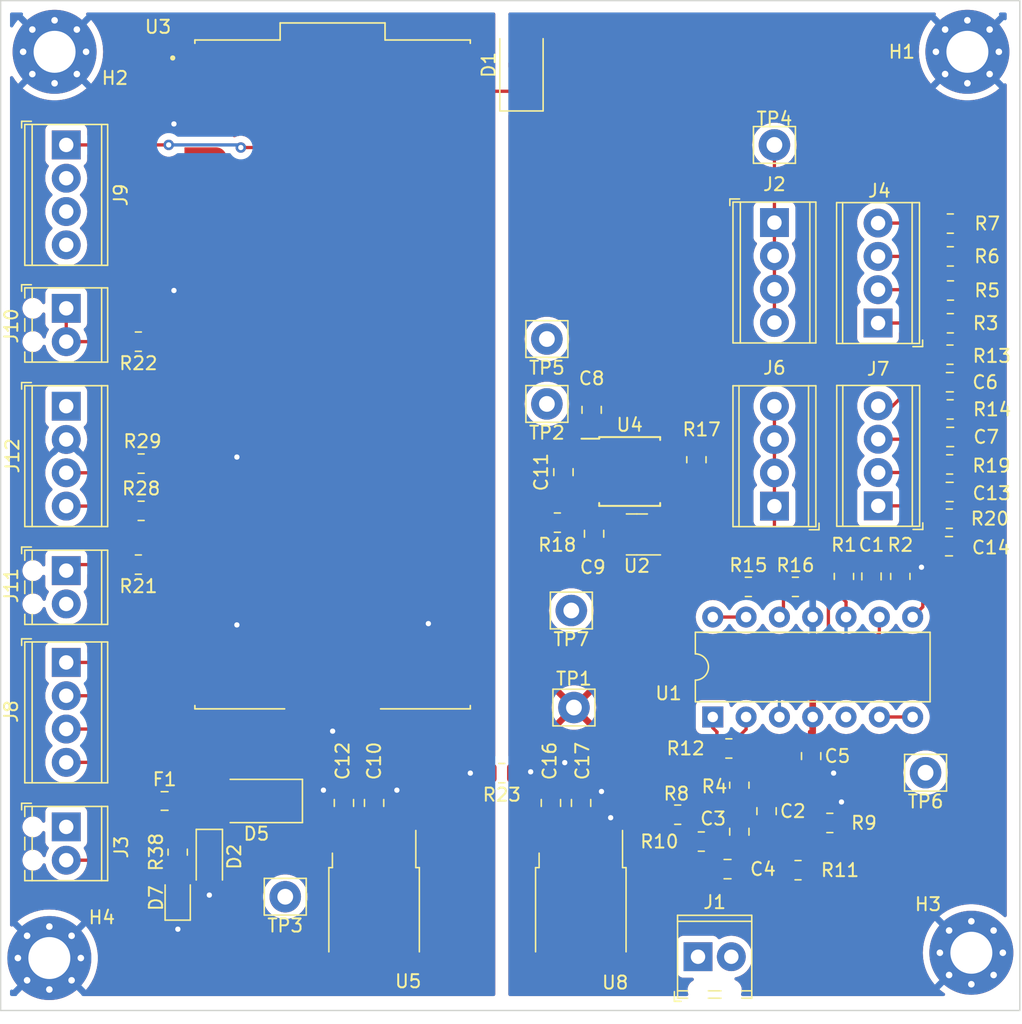
<source format=kicad_pcb>
(kicad_pcb (version 20221018) (generator pcbnew)
  (layers (0 "F.Cu" signal) (31 "B.Cu" signal) (34 "B.Paste" user) (35 "F.Paste" user) (36 "B.SilkS" user "B.Silkscreen") (37 "F.SilkS" user "F.Silkscreen") (38 "B.Mask" user) (39 "F.Mask" user) (44 "Edge.Cuts" user))
  (net 0 "")
  (net 1 "/Analog Front End/V{slash}2")
  (net 2 "GNDA")
  (net 3 "Net-(C2-Pad1)")
  (net 4 "Net-(C2-Pad2)")
  (net 5 "Net-(C3-Pad1)")
  (net 6 "Net-(J2-Pin_1)")
  (net 7 "+5V")
  (net 8 "Net-(J7-Pin_4)")
  (net 9 "Net-(U4-+IN1)")
  (net 10 "Net-(J7-Pin_3)")
  (net 11 "Net-(U2-K)")
  (net 12 "+3.3V")
  (net 13 "GNDD")
  (net 14 "Net-(D5-K)")
  (net 15 "Net-(J7-Pin_2)")
  (net 16 "Net-(J7-Pin_1)")
  (net 17 "Net-(D1-K)")
  (net 18 "Net-(D2-K)")
  (net 19 "Net-(D7-A)")
  (net 20 "+12V")
  (net 21 "Net-(J1-Pin_1)")
  (net 22 "Net-(J1-Pin_2)")
  (net 23 "Net-(J4-Pin_1)")
  (net 24 "Net-(J4-Pin_2)")
  (net 25 "Net-(J8-Pin_1)")
  (net 26 "Net-(J8-Pin_2)")
  (net 27 "Net-(J8-Pin_3)")
  (net 28 "Net-(J8-Pin_4)")
  (net 29 "Net-(J9-Pin_1)")
  (net 30 "Net-(J9-Pin_2)")
  (net 31 "Net-(J9-Pin_3)")
  (net 32 "Net-(J9-Pin_4)")
  (net 33 "Net-(J10-Pin_1)")
  (net 34 "Net-(J11-Pin_1)")
  (net 35 "/SDA")
  (net 36 "/SCL")
  (net 37 "Net-(U1A--)")
  (net 38 "Net-(J4-Pin_3)")
  (net 39 "Net-(J4-Pin_4)")
  (net 40 "Net-(U1D-+)")
  (net 41 "/Analog Front End/CS")
  (net 42 "Net-(U1B--)")
  (net 43 "Net-(U1D--)")
  (net 46 "/Analog Front End/SCK")
  (net 50 "/Analog Front End/INTERUPT")
  (net 51 "/Analog Front End/DATA_IN")
  (net 52 "/Analog Front End/DATA_OUT")
  (footprint "Capacitor_SMD:C_0805_2012Metric" (layer "F.Cu") (at 173.65 93.5625)
    (fp_text reference "C13")
    (fp_text value "TBD")
  )
  (footprint "Resistor_SMD:R_0805_2012Metric" (layer "F.Cu") (at 139.5 115 180)
    (fp_text reference "R23")
    (fp_text value "0")
  )
  (footprint "Resistor_SMD:R_0805_2012Metric" (layer "F.Cu") (at 173.7 75.6)
    (fp_text reference "R6")
    (fp_text value "50k+/-0.1%")
  )
  (footprint "Resistor_SMD:R_0805_2012Metric" (layer "F.Cu") (at 152.9125 118.17 180)
    (fp_text reference "R8")
    (fp_text value "13k")
  )
  (footprint "Connector_Pin:Pin_D1.2mm_L10.2mm_W2.9mm_FlatFork" (layer "F.Cu") (at 122.9875 124.425)
    (fp_text reference "TP3")
    (fp_text value "4952")
  )
  (footprint "Capacitor_SMD:C_0805_2012Metric" (layer "F.Cu") (at 159.6875 117.9 90)
    (fp_text reference "C2")
    (fp_text value "100pF")
  )
  (footprint "TerminalBlock_Phoenix:TerminalBlock_Phoenix_MPT-0,5-4-2.54_1x04_P2.54mm_Horizontal" (layer "F.Cu") (at 168.1875 80.68 90)
    (fp_text reference "J4")
    (fp_text value "Switch")
  )
  (footprint "TerminalBlock_Phoenix:TerminalBlock_Phoenix_MPT-0,5-4-2.54_1x04_P2.54mm_Horizontal" (layer "F.Cu") (at 160.2875 94.645 90)
    (fp_text reference "J6")
    (fp_text value "Switch")
  )
  (footprint "Connector_Pin:Pin_D1.2mm_L10.2mm_W2.9mm_FlatFork" (layer "F.Cu") (at 171.8125 114.97)
    (fp_text reference "TP6")
    (fp_text value "4952")
  )
  (footprint "Fuse:Fuse_0805_2012Metric" (layer "F.Cu") (at 113.7875 117.125)
    (fp_text reference "F1")
    (fp_text value "2A")
  )
  (footprint "TerminalBlock_Phoenix:TerminalBlock_Phoenix_MPT-0,5-4-2.54_1x04_P2.54mm_Horizontal" (layer "F.Cu") (at 106.2875 67.1 -90)
    (fp_text reference "J9")
    (fp_text value "Current Range Switch Indicator")
  )
  (footprint "Connector_Pin:Pin_D1.2mm_L10.2mm_W2.9mm_FlatFork" (layer "F.Cu") (at 142.9375 86.85)
    (fp_text reference "TP2")
    (fp_text value "4952")
  )
  (footprint "Capacitor_SMD:C_0805_2012Metric" (layer "F.Cu") (at 143.245 117.275 90)
    (fp_text reference "C16")
    (fp_text value "0.1uF")
  )
  (footprint "Diode_SMD:D_SMA" (layer "F.Cu") (at 120.7875 117.125 180)
    (fp_text reference "D5")
    (fp_text value "B140-13-F")
  )
  (footprint "Capacitor_SMD:C_0805_2012Metric" (layer "F.Cu") (at 163.0875 113.7 -90)
    (fp_text reference "C5")
    (fp_text value "0.1uF")
  )
  (footprint "Resistor_SMD:R_0805_2012Metric" (layer "F.Cu") (at 158.3 100.8)
    (fp_text reference "R15")
    (fp_text value "10k")
  )
  (footprint "Capacitor_SMD:C_0805_2012Metric" (layer "F.Cu") (at 129.7625 117.275 90)
    (fp_text reference "C10")
    (fp_text value "10uF")
  )
  (footprint "TerminalBlock_Phoenix:TerminalBlock_Phoenix_MPT-0,5-2-2.54_1x02_P2.54mm_Horizontal" (layer "F.Cu") (at 106.2875 119.1 -90)
    (fp_text reference "J3")
    (fp_text value "12V Power")
  )
  (footprint "Resistor_SMD:R_0805_2012Metric" (layer "F.Cu") (at 169.8875 100 90)
    (fp_text reference "R2")
    (fp_text value "10k")
  )
  (footprint "Diode_SMD:D_SMA" (layer "F.Cu") (at 141 61 90)
    (fp_text reference "D1")
    (fp_text value "B140-13-F")
  )
  (footprint "Connector_Pin:Pin_D1.2mm_L10.2mm_W2.9mm_FlatFork" (layer "F.Cu") (at 144.8 102.6)
    (fp_text reference "TP7")
    (fp_text value "4952")
  )
  (footprint "LC_meter:MODULE_SC0915" (layer "F.Cu") (at 126.5975 84.6)
    (fp_text reference "U3")
    (fp_text value "Raspberry Pi Pico SC0915")
  )
  (footprint "Resistor_SMD:R_0805_2012Metric" (layer "F.Cu") (at 164.5125 118.8)
    (fp_text reference "R9")
    (fp_text value "13k")
  )
  (footprint "Resistor_SMD:R_0805_2012Metric" (layer "F.Cu") (at 173.6875 87.26875)
    (fp_text reference "R14")
    (fp_text value "330+/-0.1%")
  )
  (footprint "Package_TO_SOT_SMD:TO-252-3_TabPin2" (layer "F.Cu") (at 145.525 125.515 -90)
    (fp_text reference "U8")
    (fp_text value "LM1117DT-5.0")
  )
  (footprint "TerminalBlock_Phoenix:TerminalBlock_Phoenix_MPT-0,5-4-2.54_1x04_P2.54mm_Horizontal" (layer "F.Cu") (at 106.2875 87.02 -90)
    (fp_text reference "J12")
    (fp_text value "Display Connector")
  )
  (footprint "Capacitor_SMD:C_0805_2012Metric" (layer "F.Cu") (at 146.5375 96.75 -90)
    (fp_text reference "C9")
    (fp_text value "10uF")
  )
  (footprint "Resistor_SMD:R_0805_2012Metric" (layer "F.Cu") (at 111.7875 82.1 180)
    (fp_text reference "R22")
    (fp_text value "10k")
  )
  (footprint "Resistor_SMD:R_0805_2012Metric" (layer "F.Cu") (at 111.7875 99.1 180)
    (fp_text reference "R21")
    (fp_text value "10k")
  )
  (footprint "TerminalBlock_Phoenix:TerminalBlock_Phoenix_MPT-0,5-4-2.54_1x04_P2.54mm_Horizontal" (layer "F.Cu") (at 160.2875 73.02 -90)
    (fp_text reference "J2")
    (fp_text value "Switch")
  )
  (footprint "Resistor_SMD:R_0805_2012Metric" (layer "F.Cu") (at 156.8125 113.12 180)
    (fp_text reference "R12")
    (fp_text value "187k")
  )
  (footprint "Resistor_SMD:R_0805_2012Metric" (layer "F.Cu") (at 173.675 83.09375)
    (fp_text reference "R13")
    (fp_text value "1e3+/-0.1%")
  )
  (footprint "Resistor_SMD:R_0805_2012Metric" (layer "F.Cu") (at 173.625 95.6)
    (fp_text reference "R20")
    (fp_text value "TBD")
  )
  (footprint "Resistor_SMD:R_0805_2012Metric" (layer "F.Cu") (at 173.65 91.4625)
    (fp_text reference "R19")
    (fp_text value "TBD")
  )
  (footprint "Resistor_SMD:R_0805_2012Metric" (layer "F.Cu") (at 154.7125 120.22)
    (fp_text reference "R10")
    (fp_text value "13k")
  )
  (footprint "Capacitor_SMD:C_0805_2012Metric" (layer "F.Cu") (at 146.35 87.3 90)
    (fp_text reference "C8")
    (fp_text value "0.1uF")
  )
  (footprint "Resistor_SMD:R_0805_2012Metric" (layer "F.Cu") (at 114.7875 121.025 90)
    (fp_text reference "R38")
    (fp_text value "1.78k")
  )
  (footprint "Resistor_SMD:R_0805_2012Metric" (layer "F.Cu") (at 112 91.4 180)
    (fp_text reference "R29")
    (fp_text value "10k")
  )
  (footprint "Resistor_SMD:R_0805_2012Metric" (layer "F.Cu") (at 143.7375 95.9)
    (fp_text reference "R18")
    (fp_text value "1k")
  )
  (footprint "MountingHole:MountingHole_3.2mm_M3_Pad_Via" (layer "F.Cu") (at 105 129.1)
    (fp_text reference "H4")
    (fp_text value "M3")
  )
  (footprint "Connector_Pin:Pin_D1.2mm_L10.2mm_W2.9mm_FlatFork" (layer "F.Cu") (at 160.2875 67.1)
    (fp_text reference "TP4")
    (fp_text value "4952")
  )
  (footprint "Resistor_SMD:R_0805_2012Metric" (layer "F.Cu") (at 154.3375 91.1 -90)
    (fp_text reference "R17")
    (fp_text value "10k")
  )
  (footprint "TerminalBlock_Phoenix:TerminalBlock_Phoenix_MPT-0,5-2-2.54_1x02_P2.54mm_Horizontal" (layer "F.Cu") (at 106.2875 79.56 -90)
    (fp_text reference "J10")
    (fp_text value "Range Switch")
  )
  (footprint "Capacitor_SMD:C_0805_2012Metric" (layer "F.Cu") (at 145.545 117.275 90)
    (fp_text reference "C17")
    (fp_text value "10uF")
  )
  (footprint "Resistor_SMD:R_0805_2012Metric" (layer "F.Cu") (at 165.5875 100 -90)
    (fp_text reference "R1")
    (fp_text value "10k")
  )
  (footprint "MountingHole:MountingHole_3.2mm_M3_Pad_Via" (layer "F.Cu") (at 175 60)
    (fp_text reference "H1")
    (fp_text value "M3")
  )
  (footprint "Package_TO_SOT_SMD:TO-252-3_TabPin2" (layer "F.Cu") (at 129.7625 125.515 -90)
    (fp_text reference "U5")
    (fp_text value "LM1117DT-3.3")
  )
  (footprint "Package_SO:TSSOP-14-1EP_4.4x5mm_P0.65mm" (layer "F.Cu") (at 149.25 92)
    (fp_text reference "U4")
    (fp_text value "ADS8328IPW")
  )
  (footprint "TerminalBlock_Phoenix:TerminalBlock_Phoenix_MPT-0,5-4-2.54_1x04_P2.54mm_Horizontal" (layer "F.Cu") (at 168.2 94.62 90)
    (fp_text reference "J7")
    (fp_text value "Switch")
  )
  (footprint "Resistor_SMD:R_0805_2012Metric" (layer "F.Cu") (at 173.7 73.1)
    (fp_text reference "R7")
    (fp_text value "500k+/-0.1%")
  )
  (footprint "Connector_Pin:Pin_D1.2mm_L10.2mm_W2.9mm_FlatFork" (layer "F.Cu") (at 142.9375 81.9)
    (fp_text reference "TP5")
    (fp_text value "4952")
  )
  (footprint "Resistor_SMD:R_0805_2012Metric" (layer "F.Cu") (at 112 95 180)
    (fp_text reference "R28")
    (fp_text value "10k")
  )
  (footprint "Resistor_SMD:R_0805_2012Metric" (layer "F.Cu") (at 161.8875 100.8)
    (fp_text reference "R16")
    (fp_text value "10k")
  )
  (footprint "TerminalBlock_Phoenix:TerminalBlock_Phoenix_MPT-0,5-2-2.54_1x02_P2.54mm_Horizontal" (layer "F.Cu") (at 106.2875 99.56 -90)
    (fp_text reference "J11")
    (fp_text value "Range Switch")
  )
  (footprint "Capacitor_SMD:C_0805_2012Metric" (layer "F.Cu") (at 144.2 92.05 -90)
    (fp_text reference "C11")
    (fp_text value "0.1uF")
  )
  (footprint "Capacitor_SMD:C_0805_2012Metric" (layer "F.Cu") (at 157.6125 119.47 90)
    (fp_text reference "C3")
    (fp_text value "100pF")
  )
  (footprint "Resistor_SMD:R_0805_2012Metric" (layer "F.Cu") (at 157.6125 115.92 90)
    (fp_text reference "R4")
    (fp_text value "6.49k")
  )
  (footprint "LED_SMD:LED_0805_2012Metric" (layer "F.Cu") (at 114.7875 124.525 90)
    (fp_text reference "D7")
    (fp_text value "LTST-C171TBKT")
  )
  (footprint "MountingHole:MountingHole_3.2mm_M3_Pad_Via" (layer "F.Cu") (at 175.302944 128.697056)
    (fp_text reference "H3")
    (fp_text value "M3")
  )
  (footprint "Resistor_SMD:R_0805_2012Metric" (layer "F.Cu") (at 162.0875 122.4)
    (fp_text reference "R11")
    (fp_text value "13k")
  )
  (footprint "Package_DIP:DIP-14_W7.62mm" (layer "F.Cu") (at 155.5875 110.72 90)
    (fp_text reference "U1")
    (fp_text value "LM6144xIx")
  )
  (footprint "Resistor_SMD:R_0805_2012Metric" (layer "F.Cu") (at 173.7 80.7)
    (fp_text reference "R3")
    (fp_text value "500+/-0.1%")
  )
  (footprint "Capacitor_SMD:C_0805_2012Metric" (layer "F.Cu") (at 167.6875 100 90)
    (fp_text reference "C1")
    (fp_text value "0.1uF")
  )
  (footprint "Capacitor_SMD:C_0805_2012Metric" (layer "F.Cu") (at 173.6875 89.36875)
    (fp_text reference "C7")
    (fp_text value "C")
  )
  (footprint "Capacitor_SMD:C_0805_2012Metric" (layer "F.Cu") (at 156.7125 122.32)
    (fp_text reference "C4")
    (fp_text value "100pF")
  )
  (footprint "Capacitor_SMD:C_0805_2012Metric" (layer "F.Cu") (at 173.6625 85.19375)
    (fp_text reference "C6")
    (fp_text value "C")
  )
  (footprint "TerminalBlock_Phoenix:TerminalBlock_Phoenix_MPT-0,5-4-2.54_1x04_P2.54mm_Horizontal" (layer "F.Cu") (at 106.2875 106.56 -90)
    (fp_text reference "J8")
    (fp_text value "Thevenin Range Switch Indicator")
  )
  (footprint "Capacitor_SMD:C_0805_2012Metric" (layer "F.Cu") (at 173.6 97.7)
    (fp_text reference "C14")
    (fp_text value "TBD")
  )
  (footprint "Diode_SMD:D_SOD-123F" (layer "F.Cu") (at 117.2 121.5 -90)
    (fp_text reference "D2")
    (fp_text value "SMF13A")
  )
  (footprint "Capacitor_SMD:C_0805_2012Metric" (layer "F.Cu") (at 127.4625 117.275 90)
    (fp_text reference "C12")
    (fp_text value "10uF")
  )
  (footprint "MountingHole:MountingHole_3.2mm_M3_Pad_Via" (layer "F.Cu") (at 105.4 60)
    (fp_text reference "H2")
    (fp_text value "M3")
  )
  (footprint "Package_TO_SOT_SMD:SOT-23-5" (layer "F.Cu") (at 149.8 96.8 180)
    (fp_text reference "U2")
    (fp_text value "LM4030-4.096")
  )
  (footprint "TerminalBlock_Phoenix:TerminalBlock_Phoenix_MPT-0,5-2-2.54_1x02_P2.54mm_Horizontal" (layer "F.Cu") (at 154.46 129)
    (fp_text reference "J1")
    (fp_text value "DUT")
  )
  (footprint "Connector_Pin:Pin_D1.2mm_L10.2mm_W2.9mm_FlatFork" (layer "F.Cu") (at 145 110 180)
    (fp_text reference "TP1")
    (fp_text value "4952")
  )
  (footprint "Resistor_SMD:R_0805_2012Metric" (layer "F.Cu") (at 173.7125 78.2)
    (fp_text reference "R5")
    (fp_text value "5k+/-0.1%")
  )
  (gr_line (start 179 133.1) (end 101.2875 133.1) (stroke (width 0.1)) (layer "Edge.Cuts"))
  (gr_line (start 101.2875 133.1) (end 101.2875 56.1) (stroke (width 0.1)) (layer "Edge.Cuts"))
  (gr_line (start 179 56.1) (end 179 133.1) (stroke (width 0.1)) (layer "Edge.Cuts"))
  (gr_line (start 101.2875 56.1) (end 179 56.1) (stroke (width 0.1)) (layer "Edge.Cuts"))
  (segment (start 165.7475 101.9475) (end 165.7475 103.1) (width 0.25) (layer "F.Cu") (net 1))
  (segment (start 167.725 100.9125) (end 167.6875 100.95) (width 0.25) (layer "F.Cu") (net 1))
  (segment (start 167.65 100.9125) (end 167.6875 100.95) (width 0.25) (layer "F.Cu") (net 1))
  (segment (start 169.8875 100.9125) (end 167.725 100.9125) (width 0.25) (layer "F.Cu") (net 1))
  (segment (start 165.5875 101.7875) (end 165.7475 101.9475) (width 0.25) (layer "F.Cu") (net 1))
  (segment (start 165.5875 100.9125) (end 167.65 100.9125) (width 0.25) (layer "F.Cu") (net 1))
  (segment (start 165.5875 100.9125) (end 165.5875 101.7875) (width 0.25) (layer "F.Cu") (net 1))
  (segment (start 161.6 107.1) (end 160.6675 108.0325) (width 0.25) (layer "B.Cu") (net 1))
  (segment (start 164.6 107.1) (end 161.6 107.1) (width 0.25) (layer "B.Cu") (net 1))
  (segment (start 160.6675 108.0325) (end 160.6675 110.72) (width 0.25) (layer "B.Cu") (net 1))
  (segment (start 165.7475 103.1) (end 165.7475 105.9525) (width 0.25) (layer "B.Cu") (net 1))
  (segment (start 165.7475 105.9525) (end 164.6 107.1) (width 0.25) (layer "B.Cu") (net 1))
  (segment (start 145.545 116.325) (end 147.025 116.325) (width 0.25) (layer "F.Cu") (net 2))
  (segment (start 171.2875 99.0875) (end 171.5 99.3) (width 0.25) (layer "F.Cu") (net 2))
  (segment (start 165.425 117.225) (end 165.4 117.2) (width 0.25) (layer "F.Cu") (net 2))
  (segment (start 165.425 118.8) (end 165.425 117.225) (width 0.25) (layer "F.Cu") (net 2))
  (segment (start 147.025 116.325) (end 147.1 116.4) (width 0.25) (layer "F.Cu") (net 2))
  (segment (start 167.6875 99.05) (end 169.85 99.05) (width 0.25) (layer "F.Cu") (net 2))
  (segment (start 169.8875 99.0875) (end 171.2875 99.0875) (width 0.25) (layer "F.Cu") (net 2))
  (segment (start 163.0875 114.65) (end 164.45 114.65) (width 0.25) (layer "F.Cu") (net 2))
  (segment (start 164.45 114.65) (end 164.8 115) (width 0.25) (layer "F.Cu") (net 2))
  (segment (start 138.5875 115) (end 137.1 115) (width 0.25) (layer "F.Cu") (net 2))
  (segment (start 144.3 115.27) (end 144.3 114.2) (width 0.25) (layer "F.Cu") (net 2))
  (segment (start 143.245 116.325) (end 144.3 115.27) (width 0.25) (layer "F.Cu") (net 2))
  (segment (start 147.805 120.475) (end 147.805 118.405) (width 0.25) (layer "F.Cu") (net 2))
  (segment (start 147.805 118.405) (end 147.8 118.4) (width 0.25) (layer "F.Cu") (net 2))
  (segment (start 169.85 99.05) (end 169.8875 99.0875) (width 0.25) (layer "F.Cu") (net 2))
  (via (at 144.3 114.2) (size 0.8) (drill 0.4) (layers "F.Cu" "B.Cu") (net 2))
  (via (at 137.1 115) (size 0.8) (drill 0.4) (layers "F.Cu" "B.Cu") (net 2))
  (via (at 147.8 118.4) (size 0.8) (drill 0.4) (layers "F.Cu" "B.Cu") (net 2))
  (via (at 147.1 116.4) (size 0.8) (drill 0.4) (layers "F.Cu" "B.Cu") (net 2))
  (via (at 165.4 117.2) (size 0.8) (drill 0.4) (layers "F.Cu" "B.Cu") (net 2))
  (via (at 164.8 115) (size 0.8) (drill 0.4) (layers "F.Cu" "B.Cu") (net 2))
  (via (at 171.5 99.3) (size 0.8) (drill 0.4) (layers "F.Cu" "B.Cu") (net 2))
  (segment (start 163.55 118.85) (end 163.6 118.8) (width 0.25) (layer "F.Cu") (net 3))
  (segment (start 159.6875 118.85) (end 163.55 118.85) (width 0.25) (layer "F.Cu") (net 3))
  (segment (start 155.62 118.52) (end 157.6125 118.52) (width 0.25) (layer "F.Cu") (net 3))
  (segment (start 158.42 118.52) (end 158.75 118.85) (width 0.25) (layer "F.Cu") (net 3))
  (segment (start 158.75 118.85) (end 159.6875 118.85) (width 0.25) (layer "F.Cu") (net 3))
  (segment (start 157.6125 118.52) (end 158.42 118.52) (width 0.25) (layer "F.Cu") (net 3))
  (segment (start 155.27 118.17) (end 155.62 118.52) (width 0.25) (layer "F.Cu") (net 3))
  (segment (start 153.825 118.17) (end 155.27 118.17) (width 0.25) (layer "F.Cu") (net 3))
  (segment (start 159.57 116.8325) (end 159.6875 116.95) (width 0.25) (layer "F.Cu") (net 4))
  (segment (start 157.6125 116.8325) (end 159.57 116.8325) (width 0.25) (layer "F.Cu") (net 4))
  (segment (start 157.6125 120.42) (end 157.6125 122.27) (width 0.25) (layer "F.Cu") (net 5))
  (segment (start 157.6625 122.32) (end 161.095 122.32) (width 0.25) (layer "F.Cu") (net 5))
  (segment (start 157.6125 122.27) (end 157.6625 122.32) (width 0.25) (layer "F.Cu") (net 5))
  (segment (start 161.095 122.32) (end 161.175 122.4) (width 0.25) (layer "F.Cu") (net 5))
  (segment (start 155.9 111.8825) (end 155.9 113.12) (width 0.25) (layer "F.Cu") (net 6))
  (segment (start 155.5875 110.72) (end 155.5875 111.545) (width 0.25) (layer "F.Cu") (net 6))
  (segment (start 160.2875 73.02) (end 160.2875 67.1) (width 0.25) (layer "F.Cu") (net 6))
  (segment (start 160.2875 78.1) (end 160.2875 80.64) (width 0.25) (layer "F.Cu") (net 6))
  (segment (start 160.2875 75.56) (end 160.2875 78.1) (width 0.25) (layer "F.Cu") (net 6))
  (segment (start 155.9125 111.87) (end 155.9 111.8825) (width 0.25) (layer "F.Cu") (net 6))
  (segment (start 160.2875 73.02) (end 160.2875 75.56) (width 0.25) (layer "F.Cu") (net 6))
  (segment (start 155.5875 111.545) (end 155.9125 111.87) (width 0.25) (layer "F.Cu") (net 6))
  (segment (start 163.2075 112.63) (end 163.0875 112.75) (width 0.25) (layer "F.Cu") (net 7))
  (segment (start 163.2075 110.72) (end 163.2075 112.63) (width 0.25) (layer "F.Cu") (net 7))
  (segment (start 168.2 87) (end 169.3 87) (width 0.25) (layer "F.Cu") (net 8))
  (segment (start 171.50625 85.19375) (end 172.7125 85.19375) (width 0.25) (layer "F.Cu") (net 8))
  (segment (start 171.5 85.2) (end 171.50625 85.19375) (width 0.25) (layer "F.Cu") (net 8))
  (segment (start 172.7625 85.14375) (end 172.7125 85.19375) (width 0.25) (layer "F.Cu") (net 8))
  (segment (start 171.1 85.2) (end 171.5 85.2) (width 0.25) (layer "F.Cu") (net 8))
  (segment (start 169.3 87) (end 171.1 85.2) (width 0.25) (layer "F.Cu") (net 8))
  (segment (start 172.7625 83.09375) (end 172.7625 85.14375) (width 0.25) (layer "F.Cu") (net 8))
  (segment (start 171.6 102.3275) (end 171.6 100.8) (width 0.25) (layer "F.Cu") (net 9))
  (segment (start 174.6 87.26875) (end 174.6 89.33125) (width 0.25) (layer "F.Cu") (net 9))
  (segment (start 174.6375 89.36875) (end 174.6375 91.3875) (width 0.25) (layer "F.Cu") (net 9))
  (segment (start 174.6 89.33125) (end 174.6375 89.36875) (width 0.25) (layer "F.Cu") (net 9))
  (segment (start 174.5625 93.525) (end 174.6 93.5625) (width 0.25) (layer "F.Cu") (net 9))
  (segment (start 174.1 100.2) (end 174.55 99.75) (width 0.25) (layer "F.Cu") (net 9))
  (segment (start 174.5625 91.4625) (end 174.5625 93.525) (width 0.25) (layer "F.Cu") (net 9))
  (segment (start 174.55 97.7) (end 174.55 95.6125) (width 0.25) (layer "F.Cu") (net 9))
  (segment (start 174.6125 87.25625) (end 174.6 87.26875) (width 0.25) (layer "F.Cu") (net 9))
  (segment (start 171.6 100.8) (end 172.2 100.2) (width 0.25) (layer "F.Cu") (net 9))
  (segment (start 174.55 95.6125) (end 174.5375 95.6) (width 0.25) (layer "F.Cu") (net 9))
  (segment (start 174.6125 85.19375) (end 174.6125 87.25625) (width 0.25) (layer "F.Cu") (net 9))
  (segment (start 172.2 100.2) (end 174.1 100.2) (width 0.25) (layer "F.Cu") (net 9))
  (segment (start 174.55 99.75) (end 174.55 97.7) (width 0.25) (layer "F.Cu") (net 9))
  (segment (start 174.5875 83.09375) (end 174.5875 85.16875) (width 0.25) (layer "F.Cu") (net 9))
  (segment (start 174.6 95.5375) (end 174.5375 95.6) (width 0.25) (layer "F.Cu") (net 9))
  (segment (start 174.6 93.5625) (end 174.6 95.5375) (width 0.25) (layer "F.Cu") (net 9))
  (segment (start 174.6375 91.3875) (end 174.5625 91.4625) (width 0.25) (layer "F.Cu") (net 9))
  (segment (start 174.5875 85.16875) (end 174.6125 85.19375) (width 0.25) (layer "F.Cu") (net 9))
  (segment (start 170.8275 103.1) (end 171.6 102.3275) (width 0.25) (layer "F.Cu") (net 9))
  (segment (start 168.2 89.54) (end 172.56625 89.54) (width 0.25) (layer "F.Cu") (net 10))
  (segment (start 172.775 89.33125) (end 172.7375 89.36875) (width 0.25) (layer "F.Cu") (net 10))
  (segment (start 172.56625 89.54) (end 172.7375 89.36875) (width 0.25) (layer "F.Cu") (net 10))
  (segment (start 172.775 87.26875) (end 172.775 89.33125) (width 0.25) (layer "F.Cu") (net 10))
  (segment (start 116.9075 103.65) (end 119.25 103.65) (width 0.25) (layer "F.Cu") (net 13))
  (segment (start 114.7875 126.8875) (end 114.8 126.9) (width 0.25) (layer "F.Cu") (net 13))
  (segment (start 119.25 103.65) (end 119.3 103.7) (width 0.25) (layer "F.Cu") (net 13))
  (segment (start 136.2875 103.65) (end 133.95 103.65) (width 0.25) (layer "F.Cu") (net 13))
  (segment (start 126.5975 109.3) (end 126.5975 111.7975) (width 0.25) (layer "F.Cu") (net 13))
  (segment (start 114.55 78.25) (end 114.5 78.2) (width 0.25) (layer "F.Cu") (net 13))
  (segment (start 133.95 103.65) (end 133.9 103.6) (width 0.25) (layer "F.Cu") (net 13))
  (segment (start 129.7625 116.325) (end 131.475 116.325) (width 0.25) (layer "F.Cu") (net 13))
  (segment (start 127.4625 116.325) (end 125.925 116.325) (width 0.25) (layer "F.Cu") (net 13))
  (segment (start 119.25 90.95) (end 119.3 90.9) (width 0.25) (layer "F.Cu") (net 13))
  (segment (start 114.7875 125.4625) (end 114.7875 126.8875) (width 0.25) (layer "F.Cu") (net 13))
  (segment (start 116.9075 90.95) (end 119.25 90.95) (width 0.25) (layer "F.Cu") (net 13))
  (segment (start 114.55 65.55) (end 114.5 65.5) (width 0.25) (layer "F.Cu") (net 13))
  (segment (start 141.6 115) (end 141.7 114.9) (width 0.25) (layer "F.Cu") (net 13))
  (segment (start 116.9075 65.55) (end 114.55 65.55) (width 0.25) (layer "F.Cu") (net 13))
  (segment (start 131.475 116.325) (end 131.5 116.3) (width 0.25) (layer "F.Cu") (net 13))
  (segment (start 126.5975 111.7975) (end 126.6 111.8) (width 0.25) (layer "F.Cu") (net 13))
  (segment (start 125.925 116.325) (end 125.9 116.3) (width 0.25) (layer "F.Cu") (net 13))
  (segment (start 117.2 122.9) (end 117.2 124.3) (width 0.25) (layer "F.Cu") (net 13))
  (segment (start 140.4125 115) (end 141.6 115) (width 0.25) (layer "F.Cu") (net 13))
  (segment (start 116.9075 78.25) (end 114.55 78.25) (width 0.25) (layer "F.Cu") (net 13))
  (via (at 117.2 124.3) (size 0.8) (drill 0.4) (layers "F.Cu" "B.Cu") (net 13))
  (via (at 133.9 103.6) (size 0.8) (drill 0.4) (layers "F.Cu" "B.Cu") (net 13))
  (via (at 126.6 111.8) (size 0.8) (drill 0.4) (layers "F.Cu" "B.Cu") (net 13))
  (via (at 141.7 114.9) (size 0.8) (drill 0.4) (layers "F.Cu" "B.Cu") (net 13))
  (via (at 119.3 90.9) (size 0.8) (drill 0.4) (layers "F.Cu" "B.Cu") (net 13))
  (via (at 114.5 78.2) (size 0.8) (drill 0.4) (layers "F.Cu" "B.Cu") (net 13))
  (via (at 114.8 126.9) (size 0.8) (drill 0.4) (layers "F.Cu" "B.Cu") (net 13))
  (via (at 131.5 116.3) (size 0.8) (drill 0.4) (layers "F.Cu" "B.Cu") (net 13))
  (via (at 114.5 65.5) (size 0.8) (drill 0.4) (layers "F.Cu" "B.Cu") (net 13))
  (via (at 119.3 103.7) (size 0.8) (drill 0.4) (layers "F.Cu" "B.Cu") (net 13))
  (via (at 125.9 116.3) (size 0.8) (drill 0.4) (layers "F.Cu" "B.Cu") (net 13))
  (segment (start 122.7875 117.125) (end 124.625 117.125) (width 0.25) (layer "F.Cu") (net 14))
  (segment (start 143.245 118.225) (end 143.245 120.475) (width 0.25) (layer "F.Cu") (net 14))
  (segment (start 124.625 117.125) (end 125.1 117.6) (width 0.25) (layer "F.Cu") (net 14))
  (segment (start 127.4625 120.455) (end 127.4825 120.475) (width 0.25) (layer "F.Cu") (net 14))
  (segment (start 125.1 118) (end 125.325 118.225) (width 0.25) (layer "F.Cu") (net 14))
  (segment (start 125.325 118.225) (end 127.4625 118.225) (width 0.25) (layer "F.Cu") (net 14))
  (segment (start 127.4625 118.225) (end 127.4625 120.455) (width 0.25) (layer "F.Cu") (net 14))
  (segment (start 125.1 117.6) (end 125.1 118) (width 0.25) (layer "F.Cu") (net 14))
  (segment (start 170.32 92.08) (end 170.9375 91.4625) (width 0.25) (layer "F.Cu") (net 15))
  (segment (start 172.7 91.5) (end 172.7375 91.4625) (width 0.25) (layer "F.Cu") (net 15))
  (segment (start 172.7 93.5625) (end 172.7 91.5) (width 0.25) (layer "F.Cu") (net 15))
  (segment (start 170.9375 91.4625) (end 172.7375 91.4625) (width 0.25) (layer "F.Cu") (net 15))
  (segment (start 168.2 92.08) (end 170.32 92.08) (width 0.25) (layer "F.Cu") (net 15))
  (segment (start 171.3 95.6) (end 172.7125 95.6) (width 0.25) (layer "F.Cu") (net 16))
  (segment (start 172.65 97.7) (end 172.65 95.6625) (width 0.25) (layer "F.Cu") (net 16))
  (segment (start 170.32 94.62) (end 171.3 95.6) (width 0.25) (layer "F.Cu") (net 16))
  (segment (start 172.65 95.6625) (end 172.7125 95.6) (width 0.25) (layer "F.Cu") (net 16))
  (segment (start 168.2 94.62) (end 170.32 94.62) (width 0.25) (layer "F.Cu") (net 16))
  (segment (start 140.99 63.01) (end 141 63) (width 0.25) (layer "F.Cu") (net 17))
  (segment (start 136.2875 63.01) (end 140.99 63.01) (width 0.25) (layer "F.Cu") (net 17))
  (segment (start 117.2 119.2) (end 117.7 118.7) (width 0.25) (layer "F.Cu") (net 18))
  (segment (start 117.2 120.1) (end 117.2 119.2) (width 0.25) (layer "F.Cu") (net 18))
  (segment (start 117.1875 120.1125) (end 117.2 120.1) (width 0.25) (layer "F.Cu") (net 18))
  (segment (start 117.7 118.7) (end 118.5 118.7) (width 0.25) (layer "F.Cu") (net 18))
  (segment (start 114.725 117.125) (end 118.7875 117.125) (width 0.25) (layer "F.Cu") (net 18))
  (segment (start 118.7875 118.4125) (end 118.7875 117.125) (width 0.25) (layer "F.Cu") (net 18))
  (segment (start 114.7875 120.1125) (end 117.1875 120.1125) (width 0.25) (layer "F.Cu") (net 18))
  (segment (start 118.5 118.7) (end 118.7875 118.4125) (width 0.25) (layer "F.Cu") (net 18))
  (segment (start 114.7875 121.9375) (end 114.7875 123.5875) (width 0.25) (layer "F.Cu") (net 19))
  (segment (start 106.2875 121.64) (end 110.36 121.64) (width 0.25) (layer "F.Cu") (net 20))
  (segment (start 110.8 121.2) (end 110.8 118.2) (width 0.25) (layer "F.Cu") (net 20))
  (segment (start 110.36 121.64) (end 110.8 121.2) (width 0.25) (layer "F.Cu") (net 20))
  (segment (start 110.8 118.2) (end 111.875 117.125) (width 0.25) (layer "F.Cu") (net 20))
  (segment (start 111.875 117.125) (end 112.85 117.125) (width 0.25) (layer "F.Cu") (net 20))
  (segment (start 164.1 98.1) (end 164.1 101.7) (width 0.25) (layer "F.Cu") (net 21))
  (segment (start 164.4 102) (end 164.4 104.2) (width 0.25) (layer "F.Cu") (net 21))
  (segment (start 164.7 104.5) (end 168.1 104.5) (width 0.25) (layer "F.Cu") (net 21))
  (segment (start 160.2875 94.645) (end 160.2875 96.7875) (width 0.25) (layer "F.Cu") (net 21))
  (segment (start 164.1 101.7) (end 164.4 102) (width 0.25) (layer "F.Cu") (net 21))
  (segment (start 160.7 97.2) (end 163.2 97.2) (width 0.25) (layer "F.Cu") (net 21))
  (segment (start 160.2875 89.565) (end 160.2875 92.105) (width 0.25) (layer "F.Cu") (net 21))
  (segment (start 168.2875 104.3125) (end 168.2875 103.1) (width 0.25) (layer "F.Cu") (net 21))
  (segment (start 160.2875 96.7875) (end 160.7 97.2) (width 0.25) (layer "F.Cu") (net 21))
  (segment (start 168.1 104.5) (end 168.2875 104.3125) (width 0.25) (layer "F.Cu") (net 21))
  (segment (start 164.4 104.2) (end 164.7 104.5) (width 0.25) (layer "F.Cu") (net 21))
  (segment (start 160.2875 92.105) (end 160.2875 94.645) (width 0.25) (layer "F.Cu") (net 21))
  (segment (start 160.2875 87.025) (end 160.2875 89.565) (width 0.25) (layer "F.Cu") (net 21))
  (segment (start 163.2 97.2) (end 164.1 98.1) (width 0.25) (layer "F.Cu") (net 21))
  (segment (start 174.6125 80.7) (end 174.6125 78.2125) (width 0.25) (layer "F.Cu") (net 22))
  (segment (start 174.625 78.2) (end 174.625 75.6125) (width 0.25) (layer "F.Cu") (net 22))
  (segment (start 174.625 75.6125) (end 174.6125 75.6) (width 0.25) (layer "F.Cu") (net 22))
  (segment (start 174.6125 75.6) (end 174.6125 73.1) (width 0.25) (layer "F.Cu") (net 22))
  (segment (start 174.6125 78.2125) (end 174.625 78.2) (width 0.25) (layer "F.Cu") (net 22))
  (segment (start 172.7675 80.68) (end 172.7875 80.7) (width 0.25) (layer "F.Cu") (net 23))
  (segment (start 168.1875 80.68) (end 172.7675 80.68) (width 0.25) (layer "F.Cu") (net 23))
  (segment (start 168.1875 78.14) (end 172.74 78.14) (width 0.25) (layer "F.Cu") (net 24))
  (segment (start 172.74 78.14) (end 172.8 78.2) (width 0.25) (layer "F.Cu") (net 24))
  (segment (start 106.2875 106.56) (end 111.84 106.56) (width 0.25) (layer "F.Cu") (net 25))
  (segment (start 114.29 101.11) (end 116.9075 101.11) (width 0.25) (layer "F.Cu") (net 25))
  (segment (start 111.84 106.56) (end 113.5 104.9) (width 0.25) (layer "F.Cu") (net 25))
  (segment (start 113.5 101.9) (end 114.29 101.11) (width 0.25) (layer "F.Cu") (net 25))
  (segment (start 113.5 104.9) (end 113.5 101.9) (width 0.25) (layer "F.Cu") (net 25))
  (segment (start 106.2875 109.1) (end 110.8 109.1) (width 0.25) (layer "F.Cu") (net 26))
  (segment (start 113.71 106.19) (end 116.9075 106.19) (width 0.25) (layer "F.Cu") (net 26))
  (segment (start 110.8 109.1) (end 113.71 106.19) (width 0.25) (layer "F.Cu") (net 26))
  (segment (start 113.1 108.7) (end 113.13 108.73) (width 0.25) (layer "F.Cu") (net 27))
  (segment (start 113.13 108.73) (end 116.9075 108.73) (width 0.25) (layer "F.Cu") (net 27))
  (segment (start 106.2875 111.64) (end 110.16 111.64) (width 0.25) (layer "F.Cu") (net 27))
  (segment (start 110.16 111.64) (end 113.1 108.7) (width 0.25) (layer "F.Cu") (net 27))
  (segment (start 106.2875 114.18) (end 109.52 114.18) (width 0.25) (layer "F.Cu") (net 28))
  (segment (start 113 110.7) (end 119.7 110.7) (width 0.25) (layer "F.Cu") (net 28))
  (segment (start 121.4 109) (end 121.4 107.4) (width 0.25) (layer "F.Cu") (net 28))
  (segment (start 119.7 110.7) (end 121.4 109) (width 0.25) (layer "F.Cu") (net 28))
  (segment (start 109.52 114.18) (end 113 110.7) (width 0.25) (layer "F.Cu") (net 28))
  (segment (start 132.53 108.73) (end 136.2875 108.73) (width 0.25) (layer "F.Cu") (net 28))
  (segment (start 121.4 107.4) (end 122.2 106.6) (width 0.25) (layer "F.Cu") (net 28))
  (segment (start 130.4 106.6) (end 132.53 108.73) (width 0.25) (layer "F.Cu") (net 28))
  (segment (start 122.2 106.6) (end 130.4 106.6) (width 0.25) (layer "F.Cu") (net 28))
  (segment (start 122.7 73.8) (end 127 73.8) (width 0.25) (layer "F.Cu") (net 29))
  (segment (start 122.3 73.4) (end 122.7 73.8) (width 0.25) (layer "F.Cu") (net 29))
  (segment (start 127 73.8) (end 128.6 75.4) (width 0.25) (layer "F.Cu") (net 29))
  (segment (start 119.6 67.3) (end 121.6 67.3) (width 0.25) (layer "F.Cu") (net 29))
  (segment (start 106.2875 67.1) (end 114.1 67.1) (width 0.25) (layer "F.Cu") (net 29))
  (segment (start 122.3 68) (end 122.3 73.4) (width 0.25) (layer "F.Cu") (net 29))
  (segment (start 129.71 88.41) (end 136.2875 88.41) (width 0.25) (layer "F.Cu") (net 29))
  (segment (start 121.6 67.3) (end 122.3 68) (width 0.25) (layer "F.Cu") (net 29))
  (segment (start 128.6 87.3) (end 129.71 88.41) (width 0.25) (layer "F.Cu") (net 29))
  (segment (start 128.6 75.4) (end 128.6 87.3) (width 0.25) (layer "F.Cu") (net 29))
  (via (at 114.1 67.1) (size 0.8) (drill 0.4) (layers "F.Cu" "B.Cu") (net 29))
  (via (at 119.6 67.3) (size 0.8) (drill 0.4) (layers "F.Cu" "B.Cu") (net 29))
  (segment (start 119.4 67.1) (end 119.6 67.3) (width 0.25) (layer "B.Cu") (net 29))
  (segment (start 114.1 67.1) (end 119.4 67.1) (width 0.25) (layer "B.Cu") (net 29))
  (segment (start 106.2875 82.1) (end 110.875 82.1) (width 0.25) (layer "F.Cu") (net 33))
  (segment (start 106.2875 79.56) (end 106.2875 82.1) (width 0.25) (layer "F.Cu") (net 33))
  (segment (start 110.875 99.1) (end 106.7475 99.1) (width 0.25) (layer "F.Cu") (net 34))
  (segment (start 106.7475 99.1) (end 106.2875 99.56) (width 0.25) (layer "F.Cu") (net 34))
  (segment (start 109 91.4) (end 111.0875 91.4) (width 0.25) (layer "F.Cu") (net 35))
  (segment (start 106.2875 92.1) (end 108.3 92.1) (width 0.25) (layer "F.Cu") (net 35))
  (segment (start 108.3 92.1) (end 109 91.4) (width 0.25) (layer "F.Cu") (net 35))
  (segment (start 106.2875 94.64) (end 108.94 94.64) (width 0.25) (layer "F.Cu") (net 36))
  (segment (start 109.3 95) (end 111.0875 95) (width 0.25) (layer "F.Cu") (net 36))
  (segment (start 108.94 94.64) (end 109.3 95) (width 0.25) (layer "F.Cu") (net 36))
  (segment (start 157.725 114.895) (end 157.6125 115.0075) (width 0.25) (layer "F.Cu") (net 37))
  (segment (start 158.1275 110.72) (end 158.1275 111.655) (width 0.25) (layer "F.Cu") (net 37))
  (segment (start 157.725 113.12) (end 157.725 114.895) (width 0.25) (layer "F.Cu") (net 37))
  (segment (start 158.1275 111.655) (end 157.725 112.0575) (width 0.25) (layer "F.Cu") (net 37))
  (segment (start 157.725 112.0575) (end 157.725 113.12) (width 0.25) (layer "F.Cu") (net 37))
  (segment (start 168.1875 75.6) (end 172.7875 75.6) (width 0.25) (layer "F.Cu") (net 38))
  (segment (start 168.1875 73.06) (end 172.7475 73.06) (width 0.25) (layer "F.Cu") (net 39))
  (segment (start 172.7475 73.06) (end 172.7875 73.1) (width 0.25) (layer "F.Cu") (net 39))
  (segment (start 160.975 100.8) (end 160.975 102.7925) (width 0.25) (layer "F.Cu") (net 40))
  (segment (start 159.2125 100.8) (end 160.975 100.8) (width 0.25) (layer "F.Cu") (net 40))
  (segment (start 160.975 102.7925) (end 160.6675 103.1) (width 0.25) (layer "F.Cu") (net 40))
  (segment (start 154.325 92) (end 154.3375 92.0125) (width 0.25) (layer "F.Cu") (net 41))
  (segment (start 152.2 92) (end 154.325 92) (width 0.25) (layer "F.Cu") (net 41))
  (segment (start 168.2875 110.72) (end 170.8275 110.72) (width 0.25) (layer "F.Cu") (net 42))
  (segment (start 155.5875 103.1) (end 158.1275 103.1) (width 0.25) (layer "F.Cu") (net 43))
  (zone (net 7) (net_name "+5V") (layer "F.Cu") (priority 3) (connect_pads (clearance 0.5)) (min_thickness 0.25) (fill yes (thermal_gap 0.5) (thermal_bridge_width 0.5))
    (polygon (pts (xy 140 57) (xy 178 57) (xy 178 132) (xy 140 132)))
  )
  (zone (net 12) (net_name "+3.3V") (layer "F.Cu") (priority 2) (connect_pads (clearance 0.5)) (min_thickness 0.25) (fill yes (thermal_gap 0.5) (thermal_bridge_width 0.5))
    (polygon (pts (xy 102 57) (xy 139 57) (xy 139 132) (xy 102 132)))
  )
  (zone (net 13) (net_name "GNDD") (layer "B.Cu") (connect_pads (clearance 0.5)) (min_thickness 0.25) (fill yes (thermal_gap 0.5) (thermal_bridge_width 0.5))
    (polygon (pts (xy 102 57) (xy 139 57) (xy 139 132) (xy 102 132)))
  )
  (zone (net 2) (net_name "GNDA") (layer "B.Cu") (priority 1) (connect_pads (clearance 0.5)) (min_thickness 0.25) (fill yes (thermal_gap 0.5) (thermal_bridge_width 0.5))
    (polygon (pts (xy 140 57) (xy 178 57) (xy 178 132) (xy 140 132)))
  )
)
</source>
